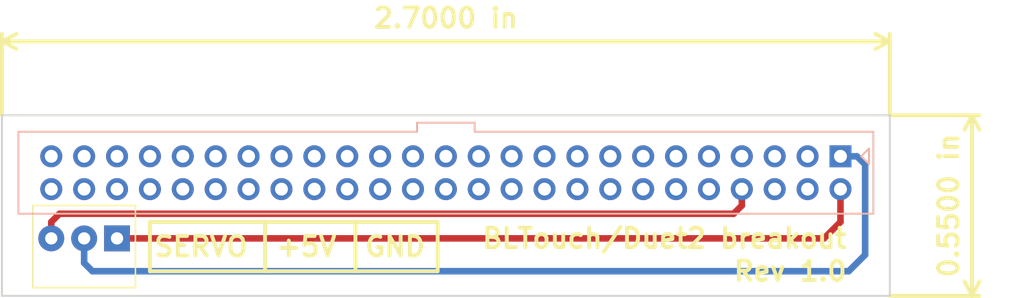
<source format=kicad_pcb>
(kicad_pcb (version 20171130) (host pcbnew "(5.0.1-3-g963ef8bb5)")

  (general
    (thickness 1.6)
    (drawings 15)
    (tracks 15)
    (zones 0)
    (modules 2)
    (nets 51)
  )

  (page A4)
  (layers
    (0 F.Cu signal hide)
    (31 B.Cu signal hide)
    (32 B.Adhes user)
    (33 F.Adhes user)
    (34 B.Paste user)
    (35 F.Paste user)
    (36 B.SilkS user)
    (37 F.SilkS user)
    (38 B.Mask user)
    (39 F.Mask user)
    (40 Dwgs.User user)
    (41 Cmts.User user)
    (42 Eco1.User user)
    (43 Eco2.User user)
    (44 Edge.Cuts user)
    (45 Margin user)
    (46 B.CrtYd user)
    (47 F.CrtYd user)
    (48 B.Fab user)
    (49 F.Fab user)
  )

  (setup
    (last_trace_width 0.25)
    (user_trace_width 0.254)
    (user_trace_width 0.508)
    (user_trace_width 0.762)
    (user_trace_width 1.016)
    (trace_clearance 0.2)
    (zone_clearance 0.508)
    (zone_45_only no)
    (trace_min 0.2)
    (segment_width 0.2)
    (edge_width 0.15)
    (via_size 0.8)
    (via_drill 0.4)
    (via_min_size 0.4)
    (via_min_drill 0.3)
    (uvia_size 0.3)
    (uvia_drill 0.1)
    (uvias_allowed no)
    (uvia_min_size 0.2)
    (uvia_min_drill 0.1)
    (pcb_text_width 0.3)
    (pcb_text_size 1.5 1.5)
    (mod_edge_width 0.15)
    (mod_text_size 1 1)
    (mod_text_width 0.15)
    (pad_size 1.524 1.524)
    (pad_drill 0.762)
    (pad_to_mask_clearance 0.051)
    (solder_mask_min_width 0.25)
    (aux_axis_origin 0 0)
    (visible_elements FFFFFF7F)
    (pcbplotparams
      (layerselection 0x010fc_ffffffff)
      (usegerberextensions false)
      (usegerberattributes false)
      (usegerberadvancedattributes false)
      (creategerberjobfile false)
      (excludeedgelayer true)
      (linewidth 0.100000)
      (plotframeref false)
      (viasonmask false)
      (mode 1)
      (useauxorigin false)
      (hpglpennumber 1)
      (hpglpenspeed 20)
      (hpglpendiameter 15.000000)
      (psnegative false)
      (psa4output false)
      (plotreference true)
      (plotvalue true)
      (plotinvisibletext false)
      (padsonsilk false)
      (subtractmaskfromsilk false)
      (outputformat 1)
      (mirror false)
      (drillshape 0)
      (scaleselection 1)
      (outputdirectory "gerbers"))
  )

  (net 0 "")
  (net 1 "Net-(J1-Pad50)")
  (net 2 "Net-(J1-Pad49)")
  (net 3 "Net-(J1-Pad48)")
  (net 4 "Net-(J1-Pad47)")
  (net 5 "Net-(J1-Pad46)")
  (net 6 "Net-(J1-Pad45)")
  (net 7 "Net-(J1-Pad44)")
  (net 8 "Net-(J1-Pad43)")
  (net 9 "Net-(J1-Pad42)")
  (net 10 "Net-(J1-Pad41)")
  (net 11 "Net-(J1-Pad40)")
  (net 12 "Net-(J1-Pad39)")
  (net 13 "Net-(J1-Pad38)")
  (net 14 "Net-(J1-Pad37)")
  (net 15 "Net-(J1-Pad36)")
  (net 16 "Net-(J1-Pad35)")
  (net 17 "Net-(J1-Pad34)")
  (net 18 "Net-(J1-Pad33)")
  (net 19 "Net-(J1-Pad32)")
  (net 20 "Net-(J1-Pad31)")
  (net 21 "Net-(J1-Pad30)")
  (net 22 "Net-(J1-Pad29)")
  (net 23 "Net-(J1-Pad28)")
  (net 24 "Net-(J1-Pad27)")
  (net 25 "Net-(J1-Pad26)")
  (net 26 "Net-(J1-Pad25)")
  (net 27 "Net-(J1-Pad24)")
  (net 28 "Net-(J1-Pad23)")
  (net 29 "Net-(J1-Pad22)")
  (net 30 "Net-(J1-Pad21)")
  (net 31 "Net-(J1-Pad20)")
  (net 32 "Net-(J1-Pad19)")
  (net 33 "Net-(J1-Pad18)")
  (net 34 "Net-(J1-Pad17)")
  (net 35 "Net-(J1-Pad16)")
  (net 36 "Net-(J1-Pad15)")
  (net 37 "Net-(J1-Pad14)")
  (net 38 "Net-(J1-Pad13)")
  (net 39 "Net-(J1-Pad12)")
  (net 40 "Net-(J1-Pad11)")
  (net 41 "Net-(J1-Pad10)")
  (net 42 "Net-(J1-Pad9)")
  (net 43 "Net-(J1-Pad8)")
  (net 44 "Net-(J1-Pad7)")
  (net 45 "Net-(J1-Pad6)")
  (net 46 "Net-(J1-Pad5)")
  (net 47 "Net-(J1-Pad4)")
  (net 48 "Net-(J1-Pad3)")
  (net 49 "Net-(J1-Pad2)")
  (net 50 "Net-(J1-Pad1)")

  (net_class Default "This is the default net class."
    (clearance 0.2)
    (trace_width 0.25)
    (via_dia 0.8)
    (via_drill 0.4)
    (uvia_dia 0.3)
    (uvia_drill 0.1)
    (add_net "Net-(J1-Pad1)")
    (add_net "Net-(J1-Pad10)")
    (add_net "Net-(J1-Pad11)")
    (add_net "Net-(J1-Pad12)")
    (add_net "Net-(J1-Pad13)")
    (add_net "Net-(J1-Pad14)")
    (add_net "Net-(J1-Pad15)")
    (add_net "Net-(J1-Pad16)")
    (add_net "Net-(J1-Pad17)")
    (add_net "Net-(J1-Pad18)")
    (add_net "Net-(J1-Pad19)")
    (add_net "Net-(J1-Pad2)")
    (add_net "Net-(J1-Pad20)")
    (add_net "Net-(J1-Pad21)")
    (add_net "Net-(J1-Pad22)")
    (add_net "Net-(J1-Pad23)")
    (add_net "Net-(J1-Pad24)")
    (add_net "Net-(J1-Pad25)")
    (add_net "Net-(J1-Pad26)")
    (add_net "Net-(J1-Pad27)")
    (add_net "Net-(J1-Pad28)")
    (add_net "Net-(J1-Pad29)")
    (add_net "Net-(J1-Pad3)")
    (add_net "Net-(J1-Pad30)")
    (add_net "Net-(J1-Pad31)")
    (add_net "Net-(J1-Pad32)")
    (add_net "Net-(J1-Pad33)")
    (add_net "Net-(J1-Pad34)")
    (add_net "Net-(J1-Pad35)")
    (add_net "Net-(J1-Pad36)")
    (add_net "Net-(J1-Pad37)")
    (add_net "Net-(J1-Pad38)")
    (add_net "Net-(J1-Pad39)")
    (add_net "Net-(J1-Pad4)")
    (add_net "Net-(J1-Pad40)")
    (add_net "Net-(J1-Pad41)")
    (add_net "Net-(J1-Pad42)")
    (add_net "Net-(J1-Pad43)")
    (add_net "Net-(J1-Pad44)")
    (add_net "Net-(J1-Pad45)")
    (add_net "Net-(J1-Pad46)")
    (add_net "Net-(J1-Pad47)")
    (add_net "Net-(J1-Pad48)")
    (add_net "Net-(J1-Pad49)")
    (add_net "Net-(J1-Pad5)")
    (add_net "Net-(J1-Pad50)")
    (add_net "Net-(J1-Pad6)")
    (add_net "Net-(J1-Pad7)")
    (add_net "Net-(J1-Pad8)")
    (add_net "Net-(J1-Pad9)")
  )

  (module bltouch_breakout:2x25x2.54mm_Straight (layer F.Cu) (tedit 5C97C371) (tstamp 5C9722A5)
    (at 81.28 27.94 180)
    (descr http://www.farnell.com/datasheets/1520732.pdf)
    (tags "connector multicomp MC9A MC9A12")
    (path /5C913016)
    (fp_text reference J1 (at -2.54 2.54 180) (layer B.SilkS) hide
      (effects (font (size 1 1) (thickness 0.15)) (justify mirror))
    )
    (fp_text value Conn_02x25_Odd_Even (at 30.48 5 180) (layer F.Fab) hide
      (effects (font (size 1 1) (thickness 0.15)))
    )
    (fp_line (start 28.255 2.6) (end 28.255 1.9) (layer B.SilkS) (width 0.15))
    (fp_line (start 28.255 1.9) (end -2.54 1.9) (layer B.SilkS) (width 0.15))
    (fp_line (start -2.54 1.9) (end -2.54 -4.44) (layer B.SilkS) (width 0.15))
    (fp_line (start -2.54 -4.44) (end 63.5 -4.44) (layer B.SilkS) (width 0.15))
    (fp_line (start 63.5 -4.44) (end 63.5 1.9) (layer B.SilkS) (width 0.15))
    (fp_line (start 63.5 1.9) (end 32.705 1.9) (layer B.SilkS) (width 0.15))
    (fp_line (start 32.705 1.9) (end 32.705 2.6) (layer B.SilkS) (width 0.15))
    (fp_line (start -2.2 0.6) (end -2.2 -0.6) (layer B.SilkS) (width 0.15))
    (fp_line (start -2.2 -0.6) (end -1.6 0) (layer B.SilkS) (width 0.15))
    (fp_line (start -1.6 0) (end -2.2 0.6) (layer B.SilkS) (width 0.15))
    (fp_line (start 28.255 2.6) (end 32.705 2.6) (layer B.SilkS) (width 0.15))
    (pad 1 thru_hole rect (at 0 0 180) (size 1.7 1.7) (drill 1) (layers *.Cu *.Mask)
      (net 50 "Net-(J1-Pad1)"))
    (pad 2 thru_hole circle (at 0 -2.54 180) (size 1.7 1.7) (drill 1) (layers *.Cu *.Mask)
      (net 49 "Net-(J1-Pad2)"))
    (pad 3 thru_hole circle (at 2.54 0 180) (size 1.7 1.7) (drill 1) (layers *.Cu *.Mask)
      (net 48 "Net-(J1-Pad3)"))
    (pad 4 thru_hole circle (at 2.54 -2.54 180) (size 1.7 1.7) (drill 1) (layers *.Cu *.Mask)
      (net 47 "Net-(J1-Pad4)"))
    (pad 5 thru_hole circle (at 5.08 0 180) (size 1.7 1.7) (drill 1) (layers *.Cu *.Mask)
      (net 46 "Net-(J1-Pad5)"))
    (pad 6 thru_hole circle (at 5.08 -2.54 180) (size 1.7 1.7) (drill 1) (layers *.Cu *.Mask)
      (net 45 "Net-(J1-Pad6)"))
    (pad 7 thru_hole circle (at 7.62 0 180) (size 1.7 1.7) (drill 1) (layers *.Cu *.Mask)
      (net 44 "Net-(J1-Pad7)"))
    (pad 8 thru_hole circle (at 7.62 -2.54 180) (size 1.7 1.7) (drill 1) (layers *.Cu *.Mask)
      (net 43 "Net-(J1-Pad8)"))
    (pad 9 thru_hole circle (at 10.16 0 180) (size 1.7 1.7) (drill 1) (layers *.Cu *.Mask)
      (net 42 "Net-(J1-Pad9)"))
    (pad 10 thru_hole circle (at 10.16 -2.54 180) (size 1.7 1.7) (drill 1) (layers *.Cu *.Mask)
      (net 41 "Net-(J1-Pad10)"))
    (pad 11 thru_hole circle (at 12.7 0 180) (size 1.7 1.7) (drill 1) (layers *.Cu *.Mask)
      (net 40 "Net-(J1-Pad11)"))
    (pad 12 thru_hole circle (at 12.7 -2.54 180) (size 1.7 1.7) (drill 1) (layers *.Cu *.Mask)
      (net 39 "Net-(J1-Pad12)"))
    (pad 13 thru_hole circle (at 15.24 0 180) (size 1.7 1.7) (drill 1) (layers *.Cu *.Mask)
      (net 38 "Net-(J1-Pad13)"))
    (pad 14 thru_hole circle (at 15.24 -2.54 180) (size 1.7 1.7) (drill 1) (layers *.Cu *.Mask)
      (net 37 "Net-(J1-Pad14)"))
    (pad 15 thru_hole circle (at 17.78 0 180) (size 1.7 1.7) (drill 1) (layers *.Cu *.Mask)
      (net 36 "Net-(J1-Pad15)"))
    (pad 16 thru_hole circle (at 17.78 -2.54 180) (size 1.7 1.7) (drill 1) (layers *.Cu *.Mask)
      (net 35 "Net-(J1-Pad16)"))
    (pad 17 thru_hole circle (at 20.32 0 180) (size 1.7 1.7) (drill 1) (layers *.Cu *.Mask)
      (net 34 "Net-(J1-Pad17)"))
    (pad 18 thru_hole circle (at 20.32 -2.54 180) (size 1.7 1.7) (drill 1) (layers *.Cu *.Mask)
      (net 33 "Net-(J1-Pad18)"))
    (pad 19 thru_hole circle (at 22.86 0 180) (size 1.7 1.7) (drill 1) (layers *.Cu *.Mask)
      (net 32 "Net-(J1-Pad19)"))
    (pad 20 thru_hole circle (at 22.86 -2.54 180) (size 1.7 1.7) (drill 1) (layers *.Cu *.Mask)
      (net 31 "Net-(J1-Pad20)"))
    (pad 21 thru_hole circle (at 25.4 0 180) (size 1.7 1.7) (drill 1) (layers *.Cu *.Mask)
      (net 30 "Net-(J1-Pad21)"))
    (pad 22 thru_hole circle (at 25.4 -2.54 180) (size 1.7 1.7) (drill 1) (layers *.Cu *.Mask)
      (net 29 "Net-(J1-Pad22)"))
    (pad 23 thru_hole circle (at 27.94 0 180) (size 1.7 1.7) (drill 1) (layers *.Cu *.Mask)
      (net 28 "Net-(J1-Pad23)"))
    (pad 24 thru_hole circle (at 27.94 -2.54 180) (size 1.7 1.7) (drill 1) (layers *.Cu *.Mask)
      (net 27 "Net-(J1-Pad24)"))
    (pad 25 thru_hole circle (at 30.48 0 180) (size 1.7 1.7) (drill 1) (layers *.Cu *.Mask)
      (net 26 "Net-(J1-Pad25)"))
    (pad 26 thru_hole circle (at 30.48 -2.54 180) (size 1.7 1.7) (drill 1) (layers *.Cu *.Mask)
      (net 25 "Net-(J1-Pad26)"))
    (pad 27 thru_hole circle (at 33.02 0 180) (size 1.7 1.7) (drill 1) (layers *.Cu *.Mask)
      (net 24 "Net-(J1-Pad27)"))
    (pad 28 thru_hole circle (at 33.02 -2.54 180) (size 1.7 1.7) (drill 1) (layers *.Cu *.Mask)
      (net 23 "Net-(J1-Pad28)"))
    (pad 29 thru_hole circle (at 35.56 0 180) (size 1.7 1.7) (drill 1) (layers *.Cu *.Mask)
      (net 22 "Net-(J1-Pad29)"))
    (pad 30 thru_hole circle (at 35.56 -2.54 180) (size 1.7 1.7) (drill 1) (layers *.Cu *.Mask)
      (net 21 "Net-(J1-Pad30)"))
    (pad 31 thru_hole circle (at 38.1 0 180) (size 1.7 1.7) (drill 1) (layers *.Cu *.Mask)
      (net 20 "Net-(J1-Pad31)"))
    (pad 32 thru_hole circle (at 38.1 -2.54 180) (size 1.7 1.7) (drill 1) (layers *.Cu *.Mask)
      (net 19 "Net-(J1-Pad32)"))
    (pad 33 thru_hole circle (at 40.64 0 180) (size 1.7 1.7) (drill 1) (layers *.Cu *.Mask)
      (net 18 "Net-(J1-Pad33)"))
    (pad 34 thru_hole circle (at 40.64 -2.54 180) (size 1.7 1.7) (drill 1) (layers *.Cu *.Mask)
      (net 17 "Net-(J1-Pad34)"))
    (pad 35 thru_hole circle (at 43.18 0 180) (size 1.7 1.7) (drill 1) (layers *.Cu *.Mask)
      (net 16 "Net-(J1-Pad35)"))
    (pad 36 thru_hole circle (at 43.18 -2.54 180) (size 1.7 1.7) (drill 1) (layers *.Cu *.Mask)
      (net 15 "Net-(J1-Pad36)"))
    (pad 37 thru_hole circle (at 45.72 0 180) (size 1.7 1.7) (drill 1) (layers *.Cu *.Mask)
      (net 14 "Net-(J1-Pad37)"))
    (pad 38 thru_hole circle (at 45.72 -2.54 180) (size 1.7 1.7) (drill 1) (layers *.Cu *.Mask)
      (net 13 "Net-(J1-Pad38)"))
    (pad 39 thru_hole circle (at 48.26 0 180) (size 1.7 1.7) (drill 1) (layers *.Cu *.Mask)
      (net 12 "Net-(J1-Pad39)"))
    (pad 40 thru_hole circle (at 48.26 -2.54 180) (size 1.7 1.7) (drill 1) (layers *.Cu *.Mask)
      (net 11 "Net-(J1-Pad40)"))
    (pad 41 thru_hole circle (at 50.8 0 180) (size 1.7 1.7) (drill 1) (layers *.Cu *.Mask)
      (net 10 "Net-(J1-Pad41)"))
    (pad 42 thru_hole circle (at 50.8 -2.54 180) (size 1.7 1.7) (drill 1) (layers *.Cu *.Mask)
      (net 9 "Net-(J1-Pad42)"))
    (pad 43 thru_hole circle (at 53.34 0 180) (size 1.7 1.7) (drill 1) (layers *.Cu *.Mask)
      (net 8 "Net-(J1-Pad43)"))
    (pad 44 thru_hole circle (at 53.34 -2.54 180) (size 1.7 1.7) (drill 1) (layers *.Cu *.Mask)
      (net 7 "Net-(J1-Pad44)"))
    (pad 45 thru_hole circle (at 55.88 0 180) (size 1.7 1.7) (drill 1) (layers *.Cu *.Mask)
      (net 6 "Net-(J1-Pad45)"))
    (pad 46 thru_hole circle (at 55.88 -2.54 180) (size 1.7 1.7) (drill 1) (layers *.Cu *.Mask)
      (net 5 "Net-(J1-Pad46)"))
    (pad 47 thru_hole circle (at 58.42 0 180) (size 1.7 1.7) (drill 1) (layers *.Cu *.Mask)
      (net 4 "Net-(J1-Pad47)"))
    (pad 48 thru_hole circle (at 58.42 -2.54 180) (size 1.7 1.7) (drill 1) (layers *.Cu *.Mask)
      (net 3 "Net-(J1-Pad48)"))
    (pad 49 thru_hole circle (at 60.96 0 180) (size 1.7 1.7) (drill 1) (layers *.Cu *.Mask)
      (net 2 "Net-(J1-Pad49)"))
    (pad 50 thru_hole circle (at 60.96 -2.54 180) (size 1.7 1.7) (drill 1) (layers *.Cu *.Mask)
      (net 1 "Net-(J1-Pad50)"))
  )

  (module bltouch_breakout:Conn_1x3x2.54 (layer F.Cu) (tedit 5C97C016) (tstamp 5C971CA0)
    (at 25.4 34.29 270)
    (descr "Low profile, screw machine socket strip, through hole, 100mil / 2.54mm pitch")
    (tags "samtec socket strip tht single")
    (path /5C96F6A7)
    (fp_text reference J2 (at 0 -3.81) (layer F.SilkS) hide
      (effects (font (size 1 1) (thickness 0.15)))
    )
    (fp_text value Conn_01x03 (at 2.27 2.54) (layer F.Fab) hide
      (effects (font (size 1 1) (thickness 0.15)))
    )
    (fp_line (start -2.54 -1.42) (end 3.81 -1.42) (layer F.SilkS) (width 0.12))
    (fp_line (start 3.81 -1.42) (end 3.81 6.5) (layer F.SilkS) (width 0.12))
    (fp_line (start 3.81 6.5) (end -2.54 6.5) (layer F.SilkS) (width 0.12))
    (fp_line (start -2.54 6.5) (end -2.54 -1.42) (layer F.SilkS) (width 0.12))
    (fp_line (start -1.27 -1.27) (end -1.27 6.35) (layer F.Fab) (width 0.1))
    (fp_line (start -1.27 6.35) (end 1.27 6.35) (layer F.Fab) (width 0.1))
    (fp_line (start 1.27 6.35) (end 1.27 -1.27) (layer F.Fab) (width 0.1))
    (fp_line (start 1.27 -1.27) (end -1.27 -1.27) (layer F.Fab) (width 0.1))
    (fp_line (start -1.27 1.27) (end -1.07 1.27) (layer F.Fab) (width 0.1))
    (fp_line (start 1.27 1.27) (end 1.07 1.27) (layer F.Fab) (width 0.1))
    (fp_line (start -1.27 3.81) (end -1.07 3.81) (layer F.Fab) (width 0.1))
    (fp_line (start 1.27 3.81) (end 1.07 3.81) (layer F.Fab) (width 0.1))
    (fp_line (start -1.27 6.35) (end -1.07 6.35) (layer F.Fab) (width 0.1))
    (fp_line (start 1.27 6.35) (end 1.07 6.35) (layer F.Fab) (width 0.1))
    (fp_text user %R (at 0 2.54) (layer F.Fab)
      (effects (font (size 1 1) (thickness 0.15)))
    )
    (pad 1 thru_hole rect (at 0 0 270) (size 2 2) (drill 0.95) (layers *.Cu *.Mask)
      (net 49 "Net-(J1-Pad2)"))
    (pad 2 thru_hole circle (at 0 2.54 270) (size 2 2) (drill 0.95) (layers *.Cu *.Mask)
      (net 50 "Net-(J1-Pad1)"))
    (pad 3 thru_hole circle (at 0 5.08 270) (size 2 2) (drill 0.95) (layers *.Cu *.Mask)
      (net 43 "Net-(J1-Pad8)"))
    (model ${KISYS3DMOD}/Connectors_Samtec.3dshapes/SL-103-X-XX_1x03.wrl
      (at (xyz 0 0 0))
      (scale (xyz 1 1 1))
      (rotate (xyz 0 0 0))
    )
  )

  (dimension 13.97 (width 0.3) (layer F.SilkS)
    (gr_text "0.5500 in" (at 93.54 31.75 270) (layer F.SilkS)
      (effects (font (size 1.5 1.5) (thickness 0.3)))
    )
    (feature1 (pts (xy 85.09 38.735) (xy 92.026421 38.735)))
    (feature2 (pts (xy 85.09 24.765) (xy 92.026421 24.765)))
    (crossbar (pts (xy 91.44 24.765) (xy 91.44 38.735)))
    (arrow1a (pts (xy 91.44 38.735) (xy 90.853579 37.608496)))
    (arrow1b (pts (xy 91.44 38.735) (xy 92.026421 37.608496)))
    (arrow2a (pts (xy 91.44 24.765) (xy 90.853579 25.891504)))
    (arrow2b (pts (xy 91.44 24.765) (xy 92.026421 25.891504)))
  )
  (dimension 68.58 (width 0.3) (layer F.SilkS)
    (gr_text "2.7000 in" (at 50.8 16.95) (layer F.SilkS)
      (effects (font (size 1.5 1.5) (thickness 0.3)))
    )
    (feature1 (pts (xy 85.09 24.765) (xy 85.09 18.463579)))
    (feature2 (pts (xy 16.51 24.765) (xy 16.51 18.463579)))
    (crossbar (pts (xy 16.51 19.05) (xy 85.09 19.05)))
    (arrow1a (pts (xy 85.09 19.05) (xy 83.963496 19.636421)))
    (arrow1b (pts (xy 85.09 19.05) (xy 83.963496 18.463579)))
    (arrow2a (pts (xy 16.51 19.05) (xy 17.636504 19.636421)))
    (arrow2b (pts (xy 16.51 19.05) (xy 17.636504 18.463579)))
  )
  (gr_text "Rev 1.0" (at 81.915 36.83) (layer F.SilkS) (tstamp 5C97D131)
    (effects (font (size 1.5 1.5) (thickness 0.3)) (justify right))
  )
  (gr_line (start 16.51 24.765) (end 85.09 24.765) (layer Edge.Cuts) (width 0.15))
  (gr_line (start 16.51 38.735) (end 85.09 38.735) (layer Edge.Cuts) (width 0.15))
  (gr_line (start 16.51 24.765) (end 16.51 38.735) (layer Edge.Cuts) (width 0.15))
  (gr_line (start 85.09 24.765) (end 85.09 38.735) (layer Edge.Cuts) (width 0.15))
  (gr_line (start 50.165 33.02) (end 50.165 36.83) (layer F.SilkS) (width 0.3) (tstamp 5C97CC63))
  (gr_text "BLTouch/Duet2 breakout" (at 81.915 34.29) (layer F.SilkS)
    (effects (font (size 1.5 1.5) (thickness 0.3)) (justify right))
  )
  (gr_line (start 43.815 33.02) (end 43.815 36.83) (layer F.SilkS) (width 0.3))
  (gr_line (start 36.83 33.02) (end 36.83 36.83) (layer F.SilkS) (width 0.3))
  (gr_line (start 27.94 36.83) (end 27.94 33.02) (layer F.SilkS) (width 0.3))
  (gr_line (start 50.165 36.83) (end 27.94 36.83) (layer F.SilkS) (width 0.3))
  (gr_line (start 27.94 33.02) (end 50.165 33.02) (layer F.SilkS) (width 0.3))
  (gr_text "SERVO  +5V  GND\n" (at 38.735 34.925) (layer F.SilkS) (tstamp 5C97CBC7)
    (effects (font (size 1.5 1.5) (thickness 0.3)))
  )

  (segment (start 73.66 31.75) (end 73.66 30.48) (width 0.508) (layer F.Cu) (net 43))
  (segment (start 20.955 32.385) (end 73.025 32.385) (width 0.508) (layer F.Cu) (net 43))
  (segment (start 20.32 33.02) (end 20.955 32.385) (width 0.508) (layer F.Cu) (net 43))
  (segment (start 73.025 32.385) (end 73.66 31.75) (width 0.508) (layer F.Cu) (net 43))
  (segment (start 20.32 34.29) (end 20.32 33.02) (width 0.508) (layer F.Cu) (net 43))
  (segment (start 25.4 34.29) (end 80.01 34.29) (width 0.508) (layer F.Cu) (net 49))
  (segment (start 80.01 34.29) (end 81.28 33.02) (width 0.508) (layer F.Cu) (net 49))
  (segment (start 81.28 33.02) (end 81.28 30.48) (width 0.508) (layer F.Cu) (net 49))
  (segment (start 83.185 28.575) (end 82.55 27.94) (width 0.508) (layer B.Cu) (net 50))
  (segment (start 83.185 35.56) (end 83.185 28.575) (width 0.508) (layer B.Cu) (net 50))
  (segment (start 81.915 36.83) (end 83.185 35.56) (width 0.508) (layer B.Cu) (net 50))
  (segment (start 22.86 36.195) (end 23.495 36.83) (width 0.508) (layer B.Cu) (net 50))
  (segment (start 23.495 36.83) (end 81.915 36.83) (width 0.508) (layer B.Cu) (net 50))
  (segment (start 82.55 27.94) (end 81.28 27.94) (width 0.508) (layer B.Cu) (net 50))
  (segment (start 22.86 34.29) (end 22.86 36.195) (width 0.508) (layer B.Cu) (net 50))

)

</source>
